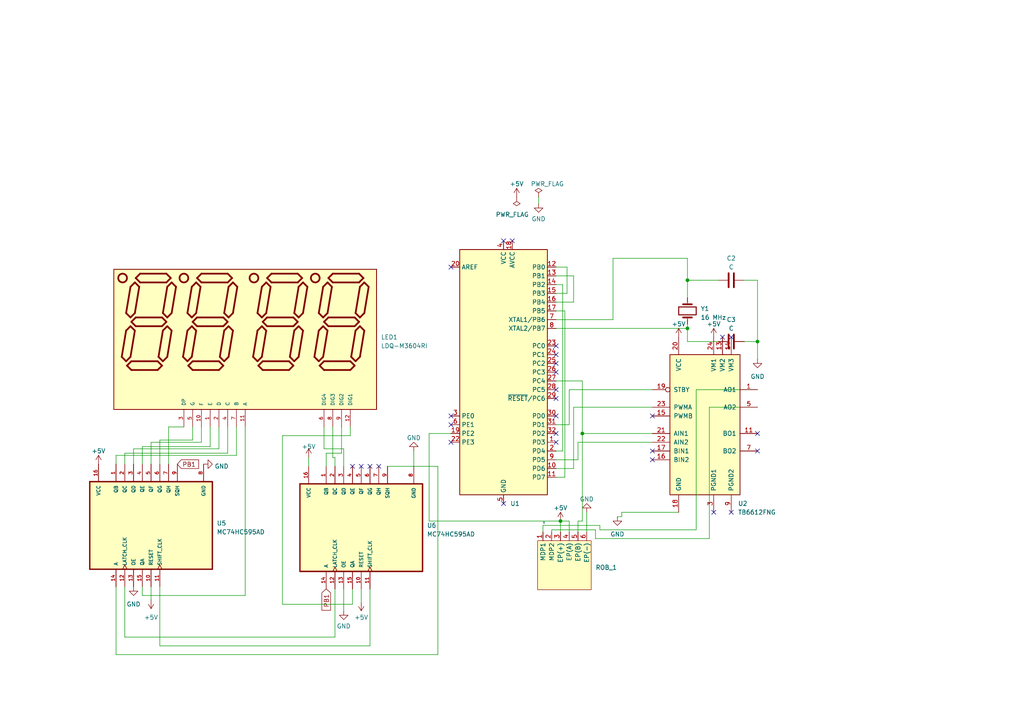
<source format=kicad_sch>
(kicad_sch (version 20230121) (generator eeschema)
  (paper "A4")
  (lib_symbols
    (symbol "DC_MOTOR_ENCODER:ROB-16413"
      (property "Reference" "ROB_16413" (at 0 10.795 0))
      (symbol "ROB-16413_0_1"
        (rectangle (start -7.239 9.144) (end 6.985 -6.35) (fill (type background)))
      )
      (symbol "ROB-16413_1_0"
        (pin bidirectional line (at 9.525 7.62 180) (length 2.54) (name "MDP1") (number "1"))
        (pin bidirectional line (at 9.525 5.08 180) (length 2.54) (name "MDP2") (number "2"))
        (pin input line (at 9.525 2.54 180) (length 2.54) (name "EP(+)") (number "3"))
        (pin output line (at 9.525 0 180) (length 2.54) (name "EP(A)") (number "4"))
        (pin output line (at 9.525 -2.54 180) (length 2.54) (name "EP(B)") (number "5"))
        (pin output line (at 9.525 -5.08 180) (length 2.54) (name "EP(-)") (number "6"))
      )
    )
    (symbol "Device:C" (pin_numbers hide) (pin_names (offset 0.254))
      (property "Reference" "C" (at 0.635 2.54 0))
      (property "Value" "C" (at 0.635 -2.54 0))
      (symbol "C_0_1"
        (polyline (pts (xy -2.032 -0.762) (xy 2.032 -0.762)) (stroke (width 0.508)))
        (polyline (pts (xy -2.032 0.762) (xy 2.032 0.762)) (stroke (width 0.508)))
      )
      (symbol "C_1_1"
        (pin passive line (at 0 3.81 270) (length 2.794) (name "~") (number "1"))
        (pin passive line (at 0 -3.81 90) (length 2.794) (name "~") (number "2"))
      )
    )
    (symbol "Device:Crystal" (pin_numbers hide) (pin_names (offset 1.016) hide)
      (property "Reference" "Y" (at 0 3.81 0))
      (property "Value" "Crystal" (at 0 -3.81 0))
      (symbol "Crystal_0_1"
        (rectangle (start -1.143 2.54) (end 1.143 -2.54) (stroke (width 0.3048)))
        (polyline (pts (xy -2.54 0) (xy -1.905 0)))
        (polyline (pts (xy -1.905 -1.27) (xy -1.905 1.27)) (stroke (width 0.508)))
        (polyline (pts (xy 1.905 -1.27) (xy 1.905 1.27)) (stroke (width 0.508)))
        (polyline (pts (xy 2.54 0) (xy 1.905 0)))
      )
      (symbol "Crystal_1_1"
        (pin passive line (at -3.81 0 0) (length 1.27) (name "1") (number "1"))
        (pin passive line (at 3.81 0 180) (length 1.27) (name "2") (number "2"))
      )
    )
    (symbol "Driver_Motor:TB6612FNG" (pin_names (offset 1.016))
      (property "Reference" "U" (at 11.43 17.78 0))
      (property "Value" "TB6612FNG" (at 11.43 15.24 0))
      (symbol "TB6612FNG_0_1"
        (rectangle (start -10.16 20.32) (end 10.16 -20.32) (stroke (width 0.254)) (fill (type background)))
      )
      (symbol "TB6612FNG_1_1"
        (pin output line (at 15.24 10.16 180) (length 5.08) (name "AO1") (number "1"))
        (pin passive line (at 7.62 -25.4 90) (length 5.08) hide (name "PGND2") (number "10"))
        (pin output line (at 15.24 -2.54 180) (length 5.08) (name "BO1") (number "11"))
        (pin passive line (at 15.24 -2.54 180) (length 5.08) hide (name "BO1") (number "12"))
        (pin power_in line (at 5.08 25.4 270) (length 5.08) (name "VM2") (number "13"))
        (pin power_in line (at 7.62 25.4 270) (length 5.08) (name "VM3") (number "14"))
        (pin input line (at -15.24 2.54 0) (length 5.08) (name "PWMB") (number "15"))
        (pin input line (at -15.24 -10.16 0) (length 5.08) (name "BIN2") (number "16"))
        (pin input line (at -15.24 -7.62 0) (length 5.08) (name "BIN1") (number "17"))
        (pin power_in line (at -7.62 -25.4 90) (length 5.08) (name "GND") (number "18"))
        (pin input inverted (at -15.24 10.16 0) (length 5.08) (name "STBY") (number "19"))
        (pin passive line (at 15.24 10.16 180) (length 5.08) hide (name "AO1") (number "2"))
        (pin power_in line (at -7.62 25.4 270) (length 5.08) (name "VCC") (number "20"))
        (pin input line (at -15.24 -2.54 0) (length 5.08) (name "AIN1") (number "21"))
        (pin input line (at -15.24 -5.08 0) (length 5.08) (name "AIN2") (number "22"))
        (pin input line (at -15.24 5.08 0) (length 5.08) (name "PWMA") (number "23"))
        (pin power_in line (at 2.54 25.4 270) (length 5.08) (name "VM1") (number "24"))
        (pin power_in line (at 2.54 -25.4 90) (length 5.08) (name "PGND1") (number "3"))
        (pin passive line (at 2.54 -25.4 90) (length 5.08) hide (name "PGND1") (number "4"))
        (pin output line (at 15.24 5.08 180) (length 5.08) (name "AO2") (number "5"))
        (pin passive line (at 15.24 5.08 180) (length 5.08) hide (name "AO2") (number "6"))
        (pin output line (at 15.24 -7.62 180) (length 5.08) (name "BO2") (number "7"))
        (pin passive line (at 15.24 -7.62 180) (length 5.08) hide (name "BO2") (number "8"))
        (pin power_in line (at 7.62 -25.4 90) (length 5.08) (name "PGND2") (number "9"))
      )
    )
    (symbol "LDQ-M3604RI:LDQ-M3604RI" (pin_names (offset 1.016))
      (property "Reference" "LED" (at -2.54 -20.32 0))
      (property "Value" "LDQ-M3604RI" (at -2.54 -22.86 0))
      (symbol "LDQ-M3604RI_0_0"
        (rectangle (start -38.1 -17.78) (end 38.1 22.86) (stroke (width 0.254)) (fill (type background)))
        (circle (center -20.32 -15.24) (radius 1.27) (stroke (width 0.508)))
        (circle (center -2.54 -15.24) (radius 1.27) (stroke (width 0.508)))
        (polyline (pts (xy -35.814 -12.7) (xy -34.544 -13.97)) (stroke (width 0.508)))
        (polyline (pts (xy -34.544 -13.97) (xy -33.274 -12.7)) (stroke (width 0.508)))
        (polyline (pts (xy -34.544 -5.08) (xy -35.814 -12.7)) (stroke (width 0.508)))
        (polyline (pts (xy -34.544 0) (xy -33.274 -1.27)) (stroke (width 0.508)))
        (polyline (pts (xy -34.29 -15.24) (xy -33.02 -16.51)) (stroke (width 0.508)))
        (polyline (pts (xy -34.29 -15.24) (xy -33.02 -13.97)) (stroke (width 0.508)))
        (polyline (pts (xy -33.274 -12.7) (xy -32.004 -5.08)) (stroke (width 0.508)))
        (polyline (pts (xy -33.274 -3.81) (xy -34.544 -5.08)) (stroke (width 0.508)))
        (polyline (pts (xy -33.274 -3.81) (xy -32.004 -5.08)) (stroke (width 0.508)))
        (polyline (pts (xy -33.274 -1.27) (xy -32.004 0)) (stroke (width 0.508)))
        (polyline (pts (xy -33.274 7.62) (xy -34.544 0)) (stroke (width 0.508)))
        (polyline (pts (xy -33.02 -16.51) (xy -25.4 -16.51)) (stroke (width 0.508)))
        (polyline (pts (xy -33.02 -2.54) (xy -31.75 -3.81)) (stroke (width 0.508)))
        (polyline (pts (xy -33.02 -2.54) (xy -31.75 -1.27)) (stroke (width 0.508)))
        (polyline (pts (xy -32.004 0) (xy -30.734 7.62)) (stroke (width 0.508)))
        (polyline (pts (xy -32.004 8.89) (xy -33.274 7.62)) (stroke (width 0.508)))
        (polyline (pts (xy -32.004 8.89) (xy -30.734 7.62)) (stroke (width 0.508)))
        (polyline (pts (xy -31.75 -3.81) (xy -24.13 -3.81)) (stroke (width 0.508)))
        (polyline (pts (xy -31.75 10.16) (xy -30.48 11.43)) (stroke (width 0.508)))
        (polyline (pts (xy -30.48 8.89) (xy -31.75 10.16)) (stroke (width 0.508)))
        (polyline (pts (xy -30.48 11.43) (xy -22.86 11.43)) (stroke (width 0.508)))
        (polyline (pts (xy -25.4 -16.51) (xy -24.13 -15.24)) (stroke (width 0.508)))
        (polyline (pts (xy -25.4 -13.97) (xy -33.02 -13.97)) (stroke (width 0.508)))
        (polyline (pts (xy -25.146 -12.7) (xy -23.876 -13.97)) (stroke (width 0.508)))
        (polyline (pts (xy -24.13 -15.24) (xy -25.4 -13.97)) (stroke (width 0.508)))
        (polyline (pts (xy -24.13 -3.81) (xy -22.86 -2.54)) (stroke (width 0.508)))
        (polyline (pts (xy -24.13 -1.27) (xy -31.75 -1.27)) (stroke (width 0.508)))
        (polyline (pts (xy -23.876 -13.97) (xy -22.606 -12.7)) (stroke (width 0.508)))
        (polyline (pts (xy -23.876 -5.08) (xy -25.146 -12.7)) (stroke (width 0.508)))
        (polyline (pts (xy -23.876 0) (xy -22.606 -1.27)) (stroke (width 0.508)))
        (polyline (pts (xy -22.86 -2.54) (xy -24.13 -1.27)) (stroke (width 0.508)))
        (polyline (pts (xy -22.86 8.89) (xy -30.48 8.89)) (stroke (width 0.508)))
        (polyline (pts (xy -22.86 11.43) (xy -21.59 10.16)) (stroke (width 0.508)))
        (polyline (pts (xy -22.606 -12.7) (xy -21.336 -5.08)) (stroke (width 0.508)))
        (polyline (pts (xy -22.606 -3.81) (xy -23.876 -5.08)) (stroke (width 0.508)))
        (polyline (pts (xy -22.606 -3.81) (xy -21.336 -5.08)) (stroke (width 0.508)))
        (polyline (pts (xy -22.606 -1.27) (xy -21.336 0)) (stroke (width 0.508)))
        (polyline (pts (xy -22.606 7.62) (xy -23.876 0)) (stroke (width 0.508)))
        (polyline (pts (xy -21.59 10.16) (xy -22.86 8.89)) (stroke (width 0.508)))
        (polyline (pts (xy -21.336 0) (xy -20.066 7.62)) (stroke (width 0.508)))
        (polyline (pts (xy -21.336 8.89) (xy -22.606 7.62)) (stroke (width 0.508)))
        (polyline (pts (xy -21.336 8.89) (xy -20.066 7.62)) (stroke (width 0.508)))
        (polyline (pts (xy -18.034 -12.7) (xy -16.764 -13.97)) (stroke (width 0.508)))
        (polyline (pts (xy -16.764 -13.97) (xy -15.494 -12.7)) (stroke (width 0.508)))
        (polyline (pts (xy -16.764 -5.08) (xy -18.034 -12.7)) (stroke (width 0.508)))
        (polyline (pts (xy -16.764 0) (xy -15.494 -1.27)) (stroke (width 0.508)))
        (polyline (pts (xy -16.51 -15.24) (xy -15.24 -16.51)) (stroke (width 0.508)))
        (polyline (pts (xy -16.51 -15.24) (xy -15.24 -13.97)) (stroke (width 0.508)))
        (polyline (pts (xy -15.494 -12.7) (xy -14.224 -5.08)) (stroke (width 0.508)))
        (polyline (pts (xy -15.494 -3.81) (xy -16.764 -5.08)) (stroke (width 0.508)))
        (polyline (pts (xy -15.494 -3.81) (xy -14.224 -5.08)) (stroke (width 0.508)))
        (polyline (pts (xy -15.494 -1.27) (xy -14.224 0)) (stroke (width 0.508)))
        (polyline (pts (xy -15.494 7.62) (xy -16.764 0)) (stroke (width 0.508)))
        (polyline (pts (xy -15.24 -16.51) (xy -7.62 -16.51)) (stroke (width 0.508)))
        (polyline (pts (xy -15.24 -2.54) (xy -13.97 -3.81)) (stroke (width 0.508)))
        (polyline (pts (xy -15.24 -2.54) (xy -13.97 -1.27)) (stroke (width 0.508)))
        (polyline (pts (xy -14.224 0) (xy -12.954 7.62)) (stroke (width 0.508)))
        (polyline (pts (xy -14.224 8.89) (xy -15.494 7.62)) (stroke (width 0.508)))
        (polyline (pts (xy -14.224 8.89) (xy -12.954 7.62)) (stroke (width 0.508)))
        (polyline (pts (xy -13.97 -3.81) (xy -6.35 -3.81)) (stroke (width 0.508)))
        (polyline (pts (xy -13.97 10.16) (xy -12.7 11.43)) (stroke (width 0.508)))
        (polyline (pts (xy -12.7 8.89) (xy -13.97 10.16)) (stroke (width 0.508)))
        (polyline (pts (xy -12.7 11.43) (xy -5.08 11.43)) (stroke (width 0.508)))
        (polyline (pts (xy -7.62 -16.51) (xy -6.35 -15.24)) (stroke (width 0.508)))
        (polyline (pts (xy -7.62 -13.97) (xy -15.24 -13.97)) (stroke (width 0.508)))
        (polyline (pts (xy -7.366 -12.7) (xy -6.096 -13.97)) (stroke (width 0.508)))
        (polyline (pts (xy -6.35 -15.24) (xy -7.62 -13.97)) (stroke (width 0.508)))
        (polyline (pts (xy -6.35 -3.81) (xy -5.08 -2.54)) (stroke (width 0.508)))
        (polyline (pts (xy -6.35 -1.27) (xy -13.97 -1.27)) (stroke (width 0.508)))
        (polyline (pts (xy -6.096 -13.97) (xy -4.826 -12.7)) (stroke (width 0.508)))
        (polyline (pts (xy -6.096 -5.08) (xy -7.366 -12.7)) (stroke (width 0.508)))
        (polyline (pts (xy -6.096 0) (xy -4.826 -1.27)) (stroke (width 0.508)))
        (polyline (pts (xy -5.08 -2.54) (xy -6.35 -1.27)) (stroke (width 0.508)))
        (polyline (pts (xy -5.08 8.89) (xy -12.7 8.89)) (stroke (width 0.508)))
        (polyline (pts (xy -5.08 11.43) (xy -3.81 10.16)) (stroke (width 0.508)))
        (polyline (pts (xy -4.826 -12.7) (xy -3.556 -5.08)) (stroke (width 0.508)))
        (polyline (pts (xy -4.826 -3.81) (xy -6.096 -5.08)) (stroke (width 0.508)))
        (polyline (pts (xy -4.826 -3.81) (xy -3.556 -5.08)) (stroke (width 0.508)))
        (polyline (pts (xy -4.826 -1.27) (xy -3.556 0)) (stroke (width 0.508)))
        (polyline (pts (xy -4.826 7.62) (xy -6.096 0)) (stroke (width 0.508)))
        (polyline (pts (xy -3.81 10.16) (xy -5.08 8.89)) (stroke (width 0.508)))
        (polyline (pts (xy -3.556 0) (xy -2.286 7.62)) (stroke (width 0.508)))
        (polyline (pts (xy -3.556 8.89) (xy -4.826 7.62)) (stroke (width 0.508)))
        (polyline (pts (xy -3.556 8.89) (xy -2.286 7.62)) (stroke (width 0.508)))
        (polyline (pts (xy 2.286 -12.7) (xy 3.556 -13.97)) (stroke (width 0.508)))
        (polyline (pts (xy 3.556 -13.97) (xy 4.826 -12.7)) (stroke (width 0.508)))
        (polyline (pts (xy 3.556 -5.08) (xy 2.286 -12.7)) (stroke (width 0.508)))
        (polyline (pts (xy 3.556 0) (xy 4.826 -1.27)) (stroke (width 0.508)))
        (polyline (pts (xy 3.81 -15.24) (xy 5.08 -16.51)) (stroke (width 0.508)))
        (polyline (pts (xy 3.81 -15.24) (xy 5.08 -13.97)) (stroke (width 0.508)))
        (polyline (pts (xy 4.826 -12.7) (xy 6.096 -5.08)) (stroke (width 0.508)))
        (polyline (pts (xy 4.826 -3.81) (xy 3.556 -5.08)) (stroke (width 0.508)))
        (polyline (pts (xy 4.826 -3.81) (xy 6.096 -5.08)) (stroke (width 0.508)))
        (polyline (pts (xy 4.826 -1.27) (xy 6.096 0)) (stroke (width 0.508)))
        (polyline (pts (xy 4.826 7.62) (xy 3.556 0)) (stroke (width 0.508)))
        (polyline (pts (xy 5.08 -16.51) (xy 12.7 -16.51)) (stroke (width 0.508)))
        (polyline (pts (xy 5.08 -2.54) (xy 6.35 -3.81)) (stroke (width 0.508)))
        (polyline (pts (xy 5.08 -2.54) (xy 6.35 -1.27)) (stroke (width 0.508)))
        (polyline (pts (xy 6.096 0) (xy 7.366 7.62)) (stroke (width 0.508)))
        (polyline (pts (xy 6.096 8.89) (xy 4.826 7.62)) (stroke (width 0.508)))
        (polyline (pts (xy 6.096 8.89) (xy 7.366 7.62)) (stroke (width 0.508)))
        (polyline (pts (xy 6.35 -3.81) (xy 13.97 -3.81)) (stroke (width 0.508)))
        (polyline (pts (xy 6.35 10.16) (xy 7.62 11.43)) (stroke (width 0.508)))
        (polyline (pts (xy 7.62 8.89) (xy 6.35 10.16)) (stroke (width 0.508)))
        (polyline (pts (xy 7.62 11.43) (xy 15.24 11.43)) (stroke (width 0.508)))
        (polyline (pts (xy 12.7 -16.51) (xy 13.97 -15.24)) (stroke (width 0.508)))
        (polyline (pts (xy 12.7 -13.97) (xy 5.08 -13.97)) (stroke (width 0.508)))
        (polyline (pts (xy 12.954 -12.7) (xy 14.224 -13.97)) (stroke (width 0.508)))
        (polyline (pts (xy 13.97 -15.24) (xy 12.7 -13.97)) (stroke (width 0.508)))
        (polyline (pts (xy 13.97 -3.81) (xy 15.24 -2.54)) (stroke (width 0.508)))
        (polyline (pts (xy 13.97 -1.27) (xy 6.35 -1.27)) (stroke (width 0.508)))
        (polyline (pts (xy 14.224 -13.97) (xy 15.494 -12.7)) (stroke (width 0.508)))
        (polyline (pts (xy 14.224 -5.08) (xy 12.954 -12.7)) (stroke (width 0.508)))
        (polyline (pts (xy 14.224 0) (xy 15.494 -1.27)) (stroke (width 0.508)))
        (polyline (pts (xy 15.24 -2.54) (xy 13.97 -1.27)) (stroke (width 0.508)))
        (polyline (pts (xy 15.24 8.89) (xy 7.62 8.89)) (stroke (width 0.508)))
        (polyline (pts (xy 15.24 11.43) (xy 16.51 10.16)) (stroke (width 0.508)))
        (polyline (pts (xy 15.494 -12.7) (xy 16.764 -5.08)) (stroke (width 0.508)))
        (polyline (pts (xy 15.494 -3.81) (xy 14.224 -5.08)) (stroke (width 0.508)))
        (polyline (pts (xy 15.494 -3.81) (xy 16.764 -5.08)) (stroke (width 0.508)))
        (polyline (pts (xy 15.494 -1.27) (xy 16.764 0)) (stroke (width 0.508)))
        (polyline (pts (xy 15.494 7.62) (xy 14.224 0)) (stroke (width 0.508)))
        (polyline (pts (xy 16.51 10.16) (xy 15.24 8.89)) (stroke (width 0.508)))
        (polyline (pts (xy 16.764 0) (xy 18.034 7.62)) (stroke (width 0.508)))
        (polyline (pts (xy 16.764 8.89) (xy 15.494 7.62)) (stroke (width 0.508)))
        (polyline (pts (xy 16.764 8.89) (xy 18.034 7.62)) (stroke (width 0.508)))
        (polyline (pts (xy 20.066 -12.7) (xy 21.336 -13.97)) (stroke (width 0.508)))
        (polyline (pts (xy 21.336 -13.97) (xy 22.606 -12.7)) (stroke (width 0.508)))
        (polyline (pts (xy 21.336 -5.08) (xy 20.066 -12.7)) (stroke (width 0.508)))
        (polyline (pts (xy 21.336 0) (xy 22.606 -1.27)) (stroke (width 0.508)))
        (polyline (pts (xy 21.59 -15.24) (xy 22.86 -16.51)) (stroke (width 0.508)))
        (polyline (pts (xy 21.59 -15.24) (xy 22.86 -13.97)) (stroke (width 0.508)))
        (polyline (pts (xy 22.606 -12.7) (xy 23.876 -5.08)) (stroke (width 0.508)))
        (polyline (pts (xy 22.606 -3.81) (xy 21.336 -5.08)) (stroke (width 0.508)))
        (polyline (pts (xy 22.606 -3.81) (xy 23.876 -5.08)) (stroke (width 0.508)))
        (polyline (pts (xy 22.606 -1.27) (xy 23.876 0)) (stroke (width 0.508)))
        (polyline (pts (xy 22.606 7.62) (xy 21.336 0)) (stroke (width 0.508)))
        (polyline (pts (xy 22.86 -16.51) (xy 30.48 -16.51)) (stroke (width 0.508)))
        (polyline (pts (xy 22.86 -2.54) (xy 24.13 -3.81)) (stroke (width 0.508)))
        (polyline (pts (xy 22.86 -2.54) (xy 24.13 -1.27)) (stroke (width 0.508)))
        (polyline (pts (xy 23.876 0) (xy 25.146 7.62)) (stroke (width 0.508)))
        (polyline (pts (xy 23.876 8.89) (xy 22.606 7.62)) (stroke (width 0.508)))
        (polyline (pts (xy 23.876 8.89) (xy 25.146 7.62)) (stroke (width 0.508)))
        (polyline (pts (xy 24.13 -3.81) (xy 31.75 -3.81)) (stroke (width 0.508)))
        (polyline (pts (xy 24.13 10.16) (xy 25.4 11.43)) (stroke (width 0.508)))
        (polyline (pts (xy 25.4 8.89) (xy 24.13 10.16)) (stroke (width 0.508)))
        (polyline (pts (xy 25.4 11.43) (xy 33.02 11.43)) (stroke (width 0.508)))
        (polyline (pts (xy 30.48 -16.51) (xy 31.75 -15.24)) (stroke (width 0.508)))
        (polyline (pts (xy 30.48 -13.97) (xy 22.86 -13.97)) (stroke (width 0.508)))
        (polyline (pts (xy 30.734 -12.7) (xy 32.004 -13.97)) (stroke (width 0.508)))
        (polyline (pts (xy 31.75 -15.24) (xy 30.48 -13.97)) (stroke (width 0.508)))
        (polyline (pts (xy 31.75 -3.81) (xy 33.02 -2.54)) (stroke (width 0.508)))
        (polyline (pts (xy 31.75 -1.27) (xy 24.13 -1.27)) (stroke (width 0.508)))
        (polyline (pts (xy 32.004 -13.97) (xy 33.274 -12.7)) (stroke (width 0.508)))
        (polyline (pts (xy 32.004 -5.08) (xy 30.734 -12.7)) (stroke (width 0.508)))
        (polyline (pts (xy 32.004 0) (xy 33.274 -1.27)) (stroke (width 0.508)))
        (polyline (pts (xy 33.02 -2.54) (xy 31.75 -1.27)) (stroke (width 0.508)))
        (polyline (pts (xy 33.02 8.89) (xy 25.4 8.89)) (stroke (width 0.508)))
        (polyline (pts (xy 33.02 11.43) (xy 34.29 10.16)) (stroke (width 0.508)))
        (polyline (pts (xy 33.274 -12.7) (xy 34.544 -5.08)) (stroke (width 0.508)))
        (polyline (pts (xy 33.274 -3.81) (xy 32.004 -5.08)) (stroke (width 0.508)))
        (polyline (pts (xy 33.274 -3.81) (xy 34.544 -5.08)) (stroke (width 0.508)))
        (polyline (pts (xy 33.274 -1.27) (xy 34.544 0)) (stroke (width 0.508)))
        (polyline (pts (xy 33.274 7.62) (xy 32.004 0)) (stroke (width 0.508)))
        (polyline (pts (xy 34.29 10.16) (xy 33.02 8.89)) (stroke (width 0.508)))
        (polyline (pts (xy 34.544 0) (xy 35.814 7.62)) (stroke (width 0.508)))
        (polyline (pts (xy 34.544 8.89) (xy 33.274 7.62)) (stroke (width 0.508)))
        (polyline (pts (xy 34.544 8.89) (xy 35.814 7.62)) (stroke (width 0.508)))
        (circle (center 17.78 -15.24) (radius 1.27) (stroke (width 0.508)))
        (circle (center 35.56 -15.24) (radius 1.27) (stroke (width 0.508)))
        (pin bidirectional line (at 10.16 27.94 270) (length 5.08) (name "E") (number "1"))
        (pin bidirectional line (at 12.7 27.94 270) (length 5.08) (name "F") (number "10"))
        (pin bidirectional line (at 0 27.94 270) (length 5.08) (name "A") (number "11"))
        (pin bidirectional line (at -30.48 27.94 270) (length 5.08) (name "DIG1") (number "12"))
        (pin bidirectional line (at 7.62 27.94 270) (length 5.08) (name "D") (number "2"))
        (pin bidirectional line (at 17.78 27.94 270) (length 5.08) (name "DP") (number "3"))
        (pin bidirectional line (at 5.08 27.94 270) (length 5.08) (name "C") (number "4"))
        (pin bidirectional line (at 15.24 27.94 270) (length 5.08) (name "G") (number "5"))
        (pin bidirectional line (at -22.86 27.94 270) (length 5.08) (name "DIG4") (number "6"))
        (pin bidirectional line (at 2.54 27.94 270) (length 5.08) (name "B") (number "7"))
        (pin bidirectional line (at -25.4 27.94 270) (length 5.08) (name "DIG3") (number "8"))
        (pin bidirectional line (at -27.94 27.94 270) (length 5.08) (name "DIG2") (number "9"))
      )
    )
    (symbol "MC74HC595AD:MC74HC595AD" (pin_names (offset 1.016))
      (property "Reference" "U" (at -12.7 18.78 0))
      (property "Value" "MC74HC595AD" (at -12.7 -21.78 0))
      (symbol "MC74HC595AD_0_0"
        (rectangle (start -12.7 -17.78) (end 12.7 17.78) (stroke (width 0.41)) (fill (type background)))
        (pin output line (at 17.78 10.16 180) (length 5.08) (name "QB") (number "1"))
        (pin input line (at -17.78 0 0) (length 5.08) (name "RESET") (number "10"))
        (pin input clock (at -17.78 -2.54 0) (length 5.08) (name "SHIFT_CLK") (number "11"))
        (pin input clock (at -17.78 7.62 0) (length 5.08) (name "LATCH_CLK") (number "12"))
        (pin input line (at -17.78 5.08 0) (length 5.08) (name "OE") (number "13"))
        (pin input line (at -17.78 10.16 0) (length 5.08) (name "A") (number "14"))
        (pin input line (at -17.78 2.54 0) (length 5.08) (name "QA") (number "15"))
        (pin power_in line (at 17.78 15.24 180) (length 5.08) (name "VCC") (number "16"))
        (pin output line (at 17.78 7.62 180) (length 5.08) (name "QC") (number "2"))
        (pin output line (at 17.78 5.08 180) (length 5.08) (name "QD") (number "3"))
        (pin output line (at 17.78 2.54 180) (length 5.08) (name "QE") (number "4"))
        (pin output line (at 17.78 0 180) (length 5.08) (name "QF") (number "5"))
        (pin output line (at 17.78 -2.54 180) (length 5.08) (name "QG") (number "6"))
        (pin output line (at 17.78 -5.08 180) (length 5.08) (name "QH") (number "7"))
        (pin power_in line (at 17.78 -15.24 180) (length 5.08) (name "GND") (number "8"))
        (pin output line (at 17.78 -7.62 180) (length 5.08) (name "SQH") (number "9"))
      )
    )
    (symbol "MCU_Microchip_ATmega:ATmega328PB-A"
      (property "Reference" "U" (at -12.7 36.83 0))
      (property "Value" "ATmega328PB-A" (at 2.54 -36.83 0))
      (symbol "ATmega328PB-A_0_1"
        (rectangle (start -12.7 -35.56) (end 12.7 35.56) (stroke (width 0.254)) (fill (type background)))
      )
      (symbol "ATmega328PB-A_1_1"
        (pin bidirectional line (at 15.24 -20.32 180) (length 2.54) (name "PD3") (number "1"))
        (pin bidirectional line (at 15.24 -27.94 180) (length 2.54) (name "PD6") (number "10"))
        (pin bidirectional line (at 15.24 -30.48 180) (length 2.54) (name "PD7") (number "11"))
        (pin bidirectional line (at 15.24 30.48 180) (length 2.54) (name "PB0") (number "12"))
        (pin bidirectional line (at 15.24 27.94 180) (length 2.54) (name "PB1") (number "13"))
        (pin bidirectional line (at 15.24 25.4 180) (length 2.54) (name "PB2") (number "14"))
        (pin bidirectional line (at 15.24 22.86 180) (length 2.54) (name "PB3") (number "15"))
        (pin bidirectional line (at 15.24 20.32 180) (length 2.54) (name "PB4") (number "16"))
        (pin bidirectional line (at 15.24 17.78 180) (length 2.54) (name "PB5") (number "17"))
        (pin power_in line (at 2.54 38.1 270) (length 2.54) (name "AVCC") (number "18"))
        (pin bidirectional line (at -15.24 -17.78 0) (length 2.54) (name "PE2") (number "19"))
        (pin bidirectional line (at 15.24 -22.86 180) (length 2.54) (name "PD4") (number "2"))
        (pin passive line (at -15.24 30.48 0) (length 2.54) (name "AREF") (number "20"))
        (pin passive line (at 0 -38.1 90) (length 2.54) hide (name "GND") (number "21"))
        (pin bidirectional line (at -15.24 -20.32 0) (length 2.54) (name "PE3") (number "22"))
        (pin bidirectional line (at 15.24 7.62 180) (length 2.54) (name "PC0") (number "23"))
        (pin bidirectional line (at 15.24 5.08 180) (length 2.54) (name "PC1") (number "24"))
        (pin bidirectional line (at 15.24 2.54 180) (length 2.54) (name "PC2") (number "25"))
        (pin bidirectional line (at 15.24 0 180) (length 2.54) (name "PC3") (number "26"))
        (pin bidirectional line (at 15.24 -2.54 180) (length 2.54) (name "PC4") (number "27"))
        (pin bidirectional line (at 15.24 -5.08 180) (length 2.54) (name "PC5") (number "28"))
        (pin bidirectional line (at 15.24 -7.62 180) (length 2.54) (name "~{RESET}/PC6") (number "29"))
        (pin bidirectional line (at -15.24 -12.7 0) (length 2.54) (name "PE0") (number "3"))
        (pin bidirectional line (at 15.24 -12.7 180) (length 2.54) (name "PD0") (number "30"))
        (pin bidirectional line (at 15.24 -15.24 180) (length 2.54) (name "PD1") (number "31"))
        (pin bidirectional line (at 15.24 -17.78 180) (length 2.54) (name "PD2") (number "32"))
        (pin power_in line (at 0 38.1 270) (length 2.54) (name "VCC") (number "4"))
        (pin power_in line (at 0 -38.1 90) (length 2.54) (name "GND") (number "5"))
        (pin bidirectional line (at -15.24 -15.24 0) (length 2.54) (name "PE1") (number "6"))
        (pin bidirectional line (at 15.24 15.24 180) (length 2.54) (name "XTAL1/PB6") (number "7"))
        (pin bidirectional line (at 15.24 12.7 180) (length 2.54) (name "XTAL2/PB7") (number "8"))
        (pin bidirectional line (at 15.24 -25.4 180) (length 2.54) (name "PD5") (number "9"))
      )
    )
    (symbol "power:+5V" (power) (pin_names (offset 0))
      (property "Value" "+5V" (at 0 3.556 0))
      (symbol "+5V_0_1"
        (polyline (pts (xy -0.762 1.27) (xy 0 2.54)))
        (polyline (pts (xy 0 0) (xy 0 2.54)))
        (polyline (pts (xy 0 2.54) (xy 0.762 1.27)))
      )
      (symbol "+5V_1_1"
        (pin power_in line (at 0 0 90) (length 0) hide (name "+5V") (number "1"))
      )
    )
    (symbol "power:GND" (power) (pin_names (offset 0))
      (property "Value" "GND" (at 0 -3.81 0))
      (symbol "GND_0_1"
        (polyline (pts (xy 0 0) (xy 0 -1.27) (xy 1.27 -1.27) (xy 0 -2.54) (xy -1.27 -1.27) (xy 0 -1.27)))
      )
      (symbol "GND_1_1"
        (pin power_in line (at 0 0 270) (length 0) hide (name "GND") (number "1"))
      )
    )
    (symbol "power:PWR_FLAG" (power) (pin_numbers hide) (pin_names (offset 0) hide)
      (property "Value" "PWR_FLAG" (at 0 3.81 0))
      (symbol "PWR_FLAG_0_0"
        (pin power_out line (at 0 0 90) (length 0) (name "pwr") (number "1"))
      )
      (symbol "PWR_FLAG_0_1"
        (polyline (pts (xy 0 0) (xy 0 1.27) (xy -1.016 1.905) (xy 0 2.54) (xy 1.016 1.905) (xy 0 1.27)))
      )
    )
  )
  (junction (at 199.39 95.25))
  (junction (at 162.56 151.13))
  (junction (at 219.71 99.06))
  (junction (at 199.39 81.28))
  (junction (at 168.91 125.73))
  (no_connect (at 130.81 123.19))
  (no_connect (at 161.29 128.27))
  (no_connect (at 189.23 130.81))
  (no_connect (at 209.55 97.79))
  (no_connect (at 219.71 130.81))
  (no_connect (at 104.775 135.255))
  (no_connect (at 146.05 146.05))
  (no_connect (at 161.29 120.65))
  (no_connect (at 189.23 120.65))
  (no_connect (at 189.23 133.35))
  (no_connect (at 161.29 107.95))
  (no_connect (at 161.29 113.03))
  (no_connect (at 207.01 148.59))
  (no_connect (at 161.29 125.73))
  (no_connect (at 161.29 115.57))
  (no_connect (at 148.59 69.85))
  (no_connect (at 107.315 135.255))
  (no_connect (at 130.81 77.47))
  (no_connect (at 161.29 105.41))
  (no_connect (at 219.71 125.73))
  (no_connect (at 102.235 135.255))
  (no_connect (at 212.09 148.59))
  (no_connect (at 161.29 102.87))
  (no_connect (at 130.81 128.27))
  (no_connect (at 109.855 135.255))
  (no_connect (at 212.09 97.79))
  (no_connect (at 146.05 69.85))
  (no_connect (at 161.29 100.33))
  (no_connect (at 130.81 120.65))
  (wire (pts (xy 96.52 132.715) (xy 97.155 132.715)))
  (wire (pts (xy 102.235 175.26) (xy 102.235 170.815)))
  (wire (pts (xy 94.615 131.445) (xy 94.615 135.255)))
  (wire (pts (xy 167.64 128.27) (xy 189.23 128.27)))
  (wire (pts (xy 124.46 125.73) (xy 124.46 151.13)))
  (wire (pts (xy 99.06 131.445) (xy 94.615 131.445)))
  (wire (pts (xy 199.39 99.06) (xy 199.39 95.25)))
  (wire (pts (xy 58.42 128.27) (xy 43.815 128.27)))
  (wire (pts (xy 167.64 151.13) (xy 167.64 154.305)))
  (wire (pts (xy 66.04 131.445) (xy 36.195 131.445)))
  (wire (pts (xy 161.29 90.17) (xy 163.83 90.17)))
  (wire (pts (xy 161.29 123.19) (xy 165.1 123.19)))
  (wire (pts (xy 124.46 125.73) (xy 130.81 125.73)))
  (wire (pts (xy 205.74 118.11) (xy 205.74 156.21)))
  (wire (pts (xy 161.29 87.63) (xy 166.37 87.63)))
  (wire (pts (xy 161.29 92.71) (xy 177.8 92.71)))
  (wire (pts (xy 173.99 152.4) (xy 157.48 152.4)))
  (wire (pts (xy 101.6 126.365) (xy 81.915 126.365)))
  (wire (pts (xy 66.04 123.825) (xy 66.04 131.445)))
  (wire (pts (xy 196.85 148.59) (xy 180.34 148.59)))
  (wire (pts (xy 173.99 153.67) (xy 173.99 152.4)))
  (wire (pts (xy 157.48 152.4) (xy 157.48 154.305)))
  (wire (pts (xy 205.74 156.21) (xy 172.72 156.21)))
  (wire (pts (xy 160.02 153.67) (xy 160.02 154.305)))
  (wire (pts (xy 46.355 170.18) (xy 46.355 187.325)))
  (wire (pts (xy 162.56 151.13) (xy 162.56 154.305)))
  (wire (pts (xy 161.29 82.55) (xy 163.195 82.55)))
  (wire (pts (xy 33.655 132.08) (xy 33.655 134.62)))
  (wire (pts (xy 89.535 132.715) (xy 89.535 135.255)))
  (wire (pts (xy 55.88 127.635) (xy 46.355 127.635)))
  (wire (pts (xy 199.39 86.36) (xy 199.39 81.28)))
  (wire (pts (xy 107.315 170.815) (xy 107.315 187.325)))
  (wire (pts (xy 180.34 148.59) (xy 180.34 149.86)))
  (wire (pts (xy 219.71 99.06) (xy 215.9 99.06)))
  (wire (pts (xy 120.015 130.81) (xy 120.015 135.255)))
  (wire (pts (xy 71.12 172.72) (xy 41.275 172.72)))
  (wire (pts (xy 161.29 135.89) (xy 166.37 135.89)))
  (wire (pts (xy 199.39 74.93) (xy 199.39 81.28)))
  (wire (pts (xy 33.655 170.18) (xy 33.655 189.865)))
  (wire (pts (xy 99.06 123.825) (xy 99.06 131.445)))
  (wire (pts (xy 177.8 74.93) (xy 199.39 74.93)))
  (wire (pts (xy 168.91 125.73) (xy 168.91 110.49)))
  (wire (pts (xy 172.72 156.21) (xy 172.72 153.67)))
  (wire (pts (xy 58.42 123.825) (xy 58.42 128.27)))
  (wire (pts (xy 93.98 123.825) (xy 93.98 130.175)))
  (wire (pts (xy 41.275 129.54) (xy 41.275 134.62)))
  (wire (pts (xy 163.195 82.55) (xy 163.195 130.81)))
  (wire (pts (xy 68.58 132.08) (xy 33.655 132.08)))
  (wire (pts (xy 46.355 127.635) (xy 46.355 134.62)))
  (wire (pts (xy 60.96 123.825) (xy 60.96 129.54)))
  (wire (pts (xy 199.39 81.28) (xy 208.28 81.28)))
  (wire (pts (xy 170.18 148.59) (xy 170.18 154.305)))
  (wire (pts (xy 99.695 130.175) (xy 99.695 135.255)))
  (wire (pts (xy 43.815 170.18) (xy 43.815 173.99)))
  (wire (pts (xy 168.91 110.49) (xy 161.29 110.49)))
  (wire (pts (xy 172.72 153.67) (xy 160.02 153.67)))
  (wire (pts (xy 164.465 77.47) (xy 161.29 77.47)))
  (wire (pts (xy 163.83 138.43) (xy 161.29 138.43)))
  (wire (pts (xy 63.5 123.825) (xy 63.5 130.175)))
  (wire (pts (xy 162.56 151.13) (xy 124.46 151.13)))
  (wire (pts (xy 164.465 85.09) (xy 164.465 77.47)))
  (wire (pts (xy 161.29 85.09) (xy 164.465 85.09)))
  (wire (pts (xy 199.39 95.25) (xy 199.39 93.98)))
  (wire (pts (xy 63.5 130.175) (xy 38.735 130.175)))
  (wire (pts (xy 104.775 170.815) (xy 104.775 174.625)))
  (wire (pts (xy 96.52 123.825) (xy 96.52 132.715)))
  (wire (pts (xy 215.9 81.28) (xy 219.71 81.28)))
  (wire (pts (xy 53.34 123.825) (xy 48.895 123.825)))
  (wire (pts (xy 165.1 154.305) (xy 165.1 151.13)))
  (wire (pts (xy 168.91 125.73) (xy 168.91 151.13)))
  (wire (pts (xy 161.29 95.25) (xy 199.39 95.25)))
  (wire (pts (xy 71.12 123.825) (xy 71.12 172.72)))
  (wire (pts (xy 165.1 123.19) (xy 165.1 113.03)))
  (wire (pts (xy 81.915 175.26) (xy 102.235 175.26)))
  (wire (pts (xy 219.71 118.11) (xy 205.74 118.11)))
  (wire (pts (xy 99.695 170.815) (xy 99.695 177.165)))
  (wire (pts (xy 101.6 123.825) (xy 101.6 126.365)))
  (wire (pts (xy 219.71 113.03) (xy 201.93 113.03)))
  (wire (pts (xy 36.195 184.785) (xy 36.195 170.18)))
  (wire (pts (xy 48.895 123.825) (xy 48.895 134.62)))
  (wire (pts (xy 38.735 130.175) (xy 38.735 134.62)))
  (wire (pts (xy 97.155 170.815) (xy 97.155 184.785)))
  (wire (pts (xy 201.93 113.03) (xy 201.93 153.67)))
  (wire (pts (xy 219.71 81.28) (xy 219.71 99.06)))
  (wire (pts (xy 168.91 125.73) (xy 189.23 125.73)))
  (wire (pts (xy 208.28 99.06) (xy 199.39 99.06)))
  (wire (pts (xy 33.655 189.865) (xy 127 189.865)))
  (wire (pts (xy 97.155 132.715) (xy 97.155 135.255)))
  (wire (pts (xy 166.37 118.11) (xy 189.23 118.11)))
  (wire (pts (xy 43.815 128.27) (xy 43.815 134.62)))
  (wire (pts (xy 97.155 184.785) (xy 36.195 184.785)))
  (wire (pts (xy 41.275 172.72) (xy 41.275 170.18)))
  (wire (pts (xy 93.98 130.175) (xy 99.695 130.175)))
  (wire (pts (xy 163.195 130.81) (xy 161.29 130.81)))
  (wire (pts (xy 219.71 99.06) (xy 219.71 104.14)))
  (wire (pts (xy 165.1 151.13) (xy 162.56 151.13)))
  (wire (pts (xy 167.64 133.35) (xy 167.64 128.27)))
  (wire (pts (xy 166.37 80.01) (xy 161.29 80.01)))
  (wire (pts (xy 166.37 135.89) (xy 166.37 118.11)))
  (wire (pts (xy 68.58 123.825) (xy 68.58 132.08)))
  (wire (pts (xy 36.195 131.445) (xy 36.195 134.62)))
  (wire (pts (xy 60.96 129.54) (xy 41.275 129.54)))
  (wire (pts (xy 166.37 87.63) (xy 166.37 80.01)))
  (wire (pts (xy 81.915 126.365) (xy 81.915 175.26)))
  (wire (pts (xy 127 189.865) (xy 127 135.255)))
  (wire (pts (xy 168.91 151.13) (xy 167.64 151.13)))
  (wire (pts (xy 179.07 149.86) (xy 180.34 149.86)))
  (wire (pts (xy 177.8 92.71) (xy 177.8 74.93)))
  (wire (pts (xy 107.315 187.325) (xy 46.355 187.325)))
  (wire (pts (xy 163.83 90.17) (xy 163.83 138.43)))
  (wire (pts (xy 165.1 113.03) (xy 189.23 113.03)))
  (wire (pts (xy 161.29 133.35) (xy 167.64 133.35)))
  (wire (pts (xy 156.21 57.15) (xy 156.21 59.055)))
  (wire (pts (xy 55.88 123.825) (xy 55.88 127.635)))
  (wire (pts (xy 201.93 153.67) (xy 173.99 153.67)))
  (wire (pts (xy 112.395 135.255) (xy 127 135.255)))
  (global_label "PB1" (shape input) (at 51.435 134.62 0) (property "Intersheetrefs" "${INTERSHEET_REFS}" (effects hide)))
  (global_label "PB1" (shape input) (at 94.615 170.815 270) (property "Intersheetrefs" "${INTERSHEET_REFS}" (effects hide)))
  (symbol (lib_id "power:+5V") (at 207.01 97.79 0) (unit 1)
    (property "Reference" "#PWR02" (effects hide))
    (property "Value" "+5V" (at 207.01 93.98 0))
  )
  (symbol (lib_id "power:GND") (at 156.21 59.055 0) (unit 1)
    (property "Reference" "#PWR05" (effects hide))
    (property "Value" "GND" (at 156.21 63.5 0))
  )
  (symbol (lib_id "MC74HC595AD:MC74HC595AD") (at 43.815 152.4 90) (unit 1)
    (property "Reference" "U5" (at 62.865 151.765 90) (effects (justify right)))
    (property "Value" "MC74HC595AD" (at 62.865 154.305 90) (effects (justify right)))
    (property "Footprint" "SOIC127P600X175-16N" (effects hide))
  )
  (symbol (lib_id "Device:C") (at 212.09 81.28 270) (unit 1)
    (property "Reference" "C2" (at 212.09 74.93 90))
    (property "Value" "C" (at 212.09 77.47 90))
  )
  (symbol (lib_id "power:GND") (at 99.695 177.165 0) (unit 1)
    (property "Reference" "#PWR011" (effects hide))
    (property "Value" "GND" (at 99.695 181.61 0))
  )
  (symbol (lib_id "power:GND") (at 120.015 130.81 180) (unit 1)
    (property "Reference" "#PWR010" (effects hide))
    (property "Value" "GND" (at 120.015 127 0))
  )
  (symbol (lib_id "Driver_Motor:TB6612FNG") (at 204.47 123.19 0) (unit 1)
    (property "Reference" "U2" (at 214.0459 146.05 0) (effects (justify left)))
    (property "Value" "TB6612FNG" (at 214.0459 148.59 0) (effects (justify left)))
    (property "Footprint" "Package_SO:SSOP-24_5.3x8.2mm_P0.65mm" (effects hide))
    (property "Datasheet" "https://toshiba.semicon-storage.com/us/product/linear/motordriver/detail.TB6612FNG.html" (effects hide))
  )
  (symbol (lib_id "power:+5V") (at 43.815 173.99 180) (unit 1)
    (property "Reference" "#PWR013" (effects hide))
    (property "Value" "+5V" (at 43.815 179.07 0))
  )
  (symbol (lib_id "power:PWR_FLAG") (at 149.86 57.15 180) (unit 1)
    (property "Reference" "#FLG01" (effects hide))
    (property "Value" "PWR_FLAG" (at 148.59 62.23 0))
  )
  (symbol (lib_id "power:+5V") (at 149.86 57.15 0) (unit 1)
    (property "Reference" "#PWR04" (effects hide))
    (property "Value" "+5V" (at 149.86 53.34 0))
  )
  (symbol (lib_id "LDQ-M3604RI:LDQ-M3604RI") (at 71.12 95.885 180) (unit 1)
    (property "Reference" "LED1" (at 110.49 97.79 0) (effects (justify right)))
    (property "Value" "LDQ-M3604RI" (at 110.49 100.33 0) (effects (justify right)))
    (property "Footprint" "LDQ-M3604RI" (effects hide))
    (property "Description" "Display, Seven Segment, 9.2MM, Red" (effects hide))
    (property "MF" "Lumex" (effects hide))
    (property "Availability" "In Stock" (effects hide))
    (property "Package" "None" (effects hide))
    (property "MP" "LDQ-M3604RI" (effects hide))
    (property "Price" "None" (effects hide))
  )
  (symbol (lib_id "MC74HC595AD:MC74HC595AD") (at 104.775 153.035 90) (unit 1)
    (property "Reference" "U6" (at 123.825 152.4 90) (effects (justify right)))
    (property "Value" "MC74HC595AD" (at 123.825 154.94 90) (effects (justify right)))
    (property "Footprint" "SOIC127P600X175-16N" (effects hide))
  )
  (symbol (lib_id "power:+5V") (at 28.575 134.62 0) (unit 1)
    (property "Reference" "#PWR014" (effects hide))
    (property "Value" "+5V" (at 28.575 130.81 0))
  )
  (symbol (lib_id "power:GND") (at 179.07 149.86 0) (unit 1)
    (property "Reference" "#PWR03" (effects hide))
    (property "Value" "GND" (at 179.07 154.94 0))
  )
  (symbol (lib_id "power:+5V") (at 162.56 151.13 0) (unit 1)
    (property "Reference" "#PWR06" (effects hide))
    (property "Value" "+5V" (at 162.56 147.32 0))
  )
  (symbol (lib_id "power:+5V") (at 196.85 97.79 0) (unit 1)
    (property "Reference" "#PWR01" (effects hide))
    (property "Value" "+5V" (at 196.85 93.98 0))
  )
  (symbol (lib_id "MCU_Microchip_ATmega:ATmega328PB-A") (at 146.05 107.95 0) (unit 1)
    (property "Reference" "U1" (at 148.0059 146.05 0) (effects (justify left)))
    (property "Value" "ATmega328PB-A" (effects hide))
    (property "Footprint" "Package_QFP:TQFP-32_7x7mm_P0.8mm" (effects hide))
    (property "Datasheet" "http://ww1.microchip.com/downloads/en/DeviceDoc/40001906C.pdf" (effects hide))
  )
  (symbol (lib_id "power:GND") (at 219.71 104.14 0) (unit 1)
    (property "Reference" "#PWR09" (effects hide))
    (property "Value" "GND" (at 219.71 109.22 0))
  )
  (symbol (lib_id "power:GND") (at 170.18 148.59 180) (unit 1)
    (property "Reference" "#PWR07" (effects hide))
    (property "Value" "GND" (at 170.18 144.78 0))
  )
  (symbol (lib_id "power:PWR_FLAG") (at 156.21 57.15 0) (unit 1)
    (property "Reference" "#FLG02" (effects hide))
    (property "Value" "PWR_FLAG" (at 158.75 53.34 0))
  )
  (symbol (lib_id "power:GND") (at 38.735 170.18 0) (unit 1)
    (property "Reference" "#PWR015" (effects hide))
    (property "Value" "GND" (at 38.735 175.26 0))
  )
  (symbol (lib_id "Device:Crystal") (at 199.39 90.17 90) (unit 1)
    (property "Reference" "Y1" (at 203.2 89.535 90) (effects (justify right)))
    (property "Value" "16 MHz" (at 203.2 92.075 90) (effects (justify right)))
  )
  (symbol (lib_id "power:GND") (at 59.055 134.62 90) (unit 1)
    (property "Reference" "#PWR016" (effects hide))
    (property "Value" "GND" (at 62.23 135.255 90) (effects (justify right)))
  )
  (symbol (lib_id "power:+5V") (at 104.775 174.625 180) (unit 1)
    (property "Reference" "#PWR012" (effects hide))
    (property "Value" "+5V" (at 104.775 179.07 0))
  )
  (symbol (lib_id "Device:C") (at 212.09 99.06 270) (unit 1)
    (property "Reference" "C3" (at 212.09 92.71 90))
    (property "Value" "C" (at 212.09 95.25 90))
  )
  (symbol (lib_id "DC_MOTOR_ENCODER:ROB-16413") (at 165.1 163.83 90) (unit 1)
    (property "Reference" "ROB_1" (at 172.72 164.592 90) (effects (justify right)))
    (property "Value" "~" (at 157.734 151.511 0))
  )
  (symbol (lib_id "power:+5V") (at 89.535 132.715 0) (unit 1)
    (property "Reference" "#PWR08" (effects hide))
    (property "Value" "+5V" (at 89.535 129.54 0))
  )
)
</source>
